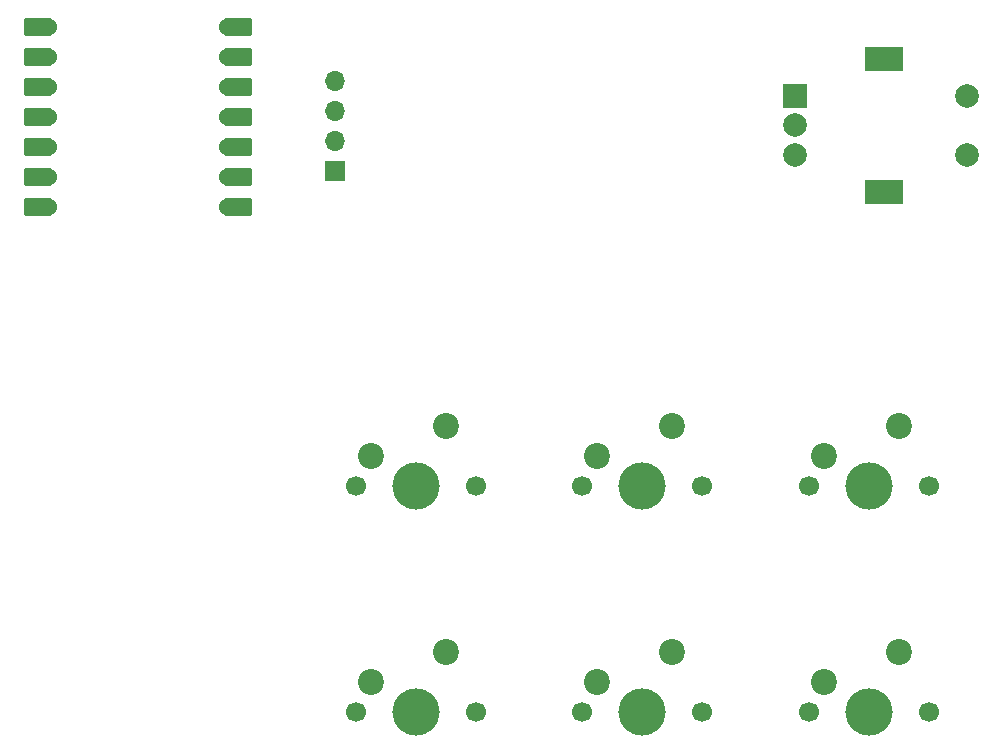
<source format=gts>
%TF.GenerationSoftware,KiCad,Pcbnew,9.0.6*%
%TF.CreationDate,2025-12-23T15:21:00+08:00*%
%TF.ProjectId,jays-hackpad,6a617973-2d68-4616-936b-7061642e6b69,rev?*%
%TF.SameCoordinates,Original*%
%TF.FileFunction,Soldermask,Top*%
%TF.FilePolarity,Negative*%
%FSLAX46Y46*%
G04 Gerber Fmt 4.6, Leading zero omitted, Abs format (unit mm)*
G04 Created by KiCad (PCBNEW 9.0.6) date 2025-12-23 15:21:00*
%MOMM*%
%LPD*%
G01*
G04 APERTURE LIST*
G04 Aperture macros list*
%AMRoundRect*
0 Rectangle with rounded corners*
0 $1 Rounding radius*
0 $2 $3 $4 $5 $6 $7 $8 $9 X,Y pos of 4 corners*
0 Add a 4 corners polygon primitive as box body*
4,1,4,$2,$3,$4,$5,$6,$7,$8,$9,$2,$3,0*
0 Add four circle primitives for the rounded corners*
1,1,$1+$1,$2,$3*
1,1,$1+$1,$4,$5*
1,1,$1+$1,$6,$7*
1,1,$1+$1,$8,$9*
0 Add four rect primitives between the rounded corners*
20,1,$1+$1,$2,$3,$4,$5,0*
20,1,$1+$1,$4,$5,$6,$7,0*
20,1,$1+$1,$6,$7,$8,$9,0*
20,1,$1+$1,$8,$9,$2,$3,0*%
G04 Aperture macros list end*
%ADD10R,2.000000X2.000000*%
%ADD11C,2.000000*%
%ADD12R,3.200000X2.000000*%
%ADD13C,1.700000*%
%ADD14C,4.000000*%
%ADD15C,2.200000*%
%ADD16R,1.700000X1.700000*%
%ADD17O,1.700000X1.700000*%
%ADD18RoundRect,0.152400X1.063600X0.609600X-1.063600X0.609600X-1.063600X-0.609600X1.063600X-0.609600X0*%
%ADD19C,1.524000*%
%ADD20RoundRect,0.152400X-1.063600X-0.609600X1.063600X-0.609600X1.063600X0.609600X-1.063600X0.609600X0*%
G04 APERTURE END LIST*
D10*
%TO.C,SW7*%
X144650000Y-69900000D03*
D11*
X144650000Y-74900000D03*
X144650000Y-72400000D03*
D12*
X152150000Y-66800000D03*
X152150000Y-78000000D03*
D11*
X159150000Y-74900000D03*
X159150000Y-69900000D03*
%TD*%
D13*
%TO.C,SW5*%
X126620000Y-122100000D03*
D14*
X131700000Y-122100000D03*
D13*
X136780000Y-122100000D03*
D15*
X134240000Y-117020000D03*
X127890000Y-119560000D03*
%TD*%
D16*
%TO.C,Brd1*%
X105685000Y-76295000D03*
D17*
X105685000Y-73755000D03*
X105685000Y-71215000D03*
X105685000Y-68675000D03*
%TD*%
D13*
%TO.C,SW6*%
X145820000Y-122100000D03*
D14*
X150900000Y-122100000D03*
D13*
X155980000Y-122100000D03*
D15*
X153440000Y-117020000D03*
X147090000Y-119560000D03*
%TD*%
D13*
%TO.C,SW3*%
X145820000Y-102900000D03*
D14*
X150900000Y-102900000D03*
D13*
X155980000Y-102900000D03*
D15*
X153440000Y-97820000D03*
X147090000Y-100360000D03*
%TD*%
D13*
%TO.C,SW2*%
X126620000Y-102900000D03*
D14*
X131700000Y-102900000D03*
D13*
X136780000Y-102900000D03*
D15*
X134240000Y-97820000D03*
X127890000Y-100360000D03*
%TD*%
D13*
%TO.C,SW4*%
X107420000Y-122100000D03*
D14*
X112500000Y-122100000D03*
D13*
X117580000Y-122100000D03*
D15*
X115040000Y-117020000D03*
X108690000Y-119560000D03*
%TD*%
D18*
%TO.C,U1*%
X80545000Y-64080000D03*
D19*
X81380000Y-64080000D03*
D18*
X80545000Y-66620000D03*
D19*
X81380000Y-66620000D03*
D18*
X80545000Y-69160000D03*
D19*
X81380000Y-69160000D03*
D18*
X80545000Y-71700000D03*
D19*
X81380000Y-71700000D03*
D18*
X80545000Y-74240000D03*
D19*
X81380000Y-74240000D03*
D18*
X80545000Y-76780000D03*
D19*
X81380000Y-76780000D03*
D18*
X80545000Y-79320000D03*
D19*
X81380000Y-79320000D03*
X96620000Y-79320000D03*
D20*
X97455000Y-79320000D03*
D19*
X96620000Y-76780000D03*
D20*
X97455000Y-76780000D03*
D19*
X96620000Y-74240000D03*
D20*
X97455000Y-74240000D03*
D19*
X96620000Y-71700000D03*
D20*
X97455000Y-71700000D03*
D19*
X96620000Y-69160000D03*
D20*
X97455000Y-69160000D03*
D19*
X96620000Y-66620000D03*
D20*
X97455000Y-66620000D03*
D19*
X96620000Y-64080000D03*
D20*
X97455000Y-64080000D03*
%TD*%
D13*
%TO.C,SW1*%
X107420000Y-102900000D03*
D14*
X112500000Y-102900000D03*
D13*
X117580000Y-102900000D03*
D15*
X115040000Y-97820000D03*
X108690000Y-100360000D03*
%TD*%
M02*

</source>
